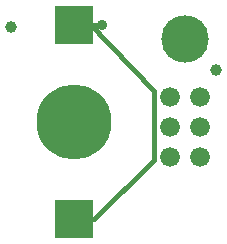
<source format=gbr>
G04 EAGLE Gerber RS-274X export*
G75*
%MOMM*%
%FSLAX34Y34*%
%LPD*%
%INTop Copper*%
%IPPOS*%
%AMOC8*
5,1,8,0,0,1.08239X$1,22.5*%
G01*
%ADD10C,6.350000*%
%ADD11R,3.200000X3.200000*%
%ADD12C,4.016000*%
%ADD13C,1.000000*%
%ADD14C,1.676400*%
%ADD15C,0.906400*%
%ADD16C,0.406400*%


D10*
X66802Y108204D03*
D11*
X66802Y25950D03*
X66802Y190458D03*
D12*
X160782Y178562D03*
D13*
X13716Y188468D03*
X186944Y152654D03*
D14*
X148082Y129794D03*
X173482Y129794D03*
X148082Y104394D03*
X173482Y104394D03*
X148082Y78994D03*
X173482Y78994D03*
D15*
X61722Y108204D03*
D16*
X66802Y108204D01*
X66802Y25950D02*
X83608Y25950D01*
X134112Y76454D01*
X134112Y134874D01*
X78232Y193294D01*
X71120Y193294D01*
X69638Y193294D01*
X66802Y190458D01*
X75692Y181568D01*
D15*
X90170Y190500D03*
D16*
X73914Y190500D01*
X71120Y193294D01*
M02*

</source>
